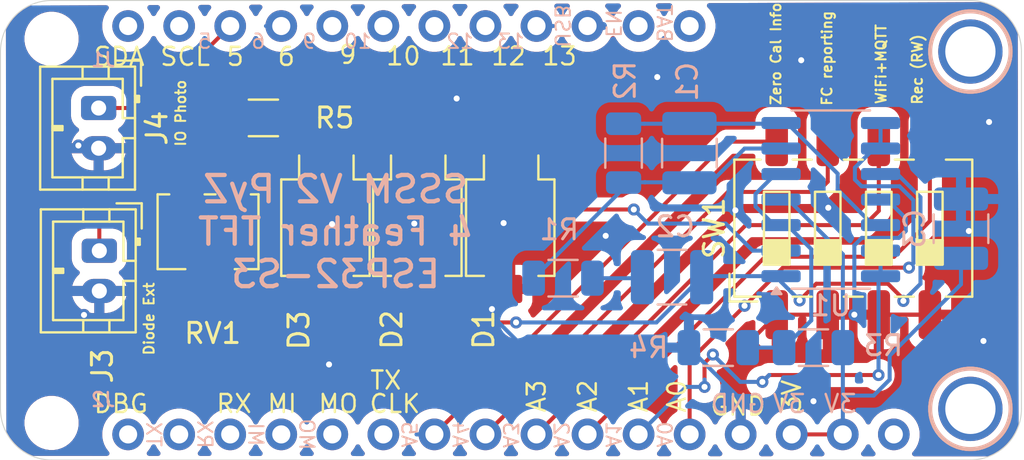
<source format=kicad_pcb>
(kicad_pcb (version 20241229) (generator "pcbnew") (generator_version "9.0")
  (layers (0 "F.Cu" signal) (2 "B.Cu" signal) (13 "F.Paste" user) (15 "B.Paste" user) (5 "F.SilkS" user "F.Silkscreen") (7 "B.SilkS" user "B.Silkscreen") (1 "F.Mask" user) (3 "B.Mask" user) (25 "Edge.Cuts" user))
  (net 0 "")
  (net 1 "GND")
  (net 2 "Net-(D1-K)")
  (net 3 "Net-(U1B--)")
  (net 4 "Net-(C2-Pad2)")
  (net 5 "Net-(U1D-+)")
  (net 6 "Net-(U1A-+)")
  (net 7 "+3.3V")
  (net 8 "Net-(U1C-+)")
  (net 9 "Net-(J2-Pin_12)")
  (net 10 "Net-(J2-Pin_11)")
  (net 11 "unconnected-(J1-Pin_6-Pad6)")
  (net 13 "unconnected-(J1-Pin_3-Pad3)")
  (net 14 "unconnected-(J1-Pin_9-Pad9)")
  (net 17 "Net-(J1-Pin_10)")
  (net 19 "unconnected-(J1-Pin_4-Pad4)")
  (net 22 "unconnected-(J1-Pin_5-Pad5)")
  (net 24 "unconnected-(J2-Pin_3-Pad3)")
  (net 26 "unconnected-(J2-Pin_5-Pad5)")
  (net 29 "unconnected-(J2-Pin_1-Pad1)")
  (net 30 "Net-(R5-Pad2)")
  (net 31 "Net-(J2-Pin_8)")
  (net 32 "Net-(J2-Pin_9)")
  (net 33 "Net-(J2-Pin_7)")
  (net 34 "Net-(J2-Pin_10)")
  (footprint "Resistor_SMD:R_1206_3216Metric" (layer "F.Cu") (at 140.1679 96.012 180)
    (property "Reference" "R5" (at -3.5453 0 180) (layer "F.SilkS"))
    (property "Value" "0")
    (pad "1" smd roundrect (at -1.4625 0 180) (size 1.125 1.75) (layers "F.Cu" "F.Mask" "F.Paste") (roundrect_rratio 0.222222) (net 2 "Net-(D1-K)"))
    (pad "2" smd roundrect (at 1.4625 0 180) (size 1.125 1.75) (layers "F.Cu" "F.Mask" "F.Paste") (roundrect_rratio 0.222222) (net 30 "Net-(R5-Pad2)"))
  )
  (footprint "dummyfp0" (layer "F.Cu") (at 129.6269 111.1885)
    (property "Reference" "UNK_HOLE_0" (hide yes))
    (property "Value" "")
    (pad "" np_thru_hole circle (at 0 0) (size 2.2 2.2) (drill 2.2) (layers "*.Cu" "*.Mask"))
  )
  (footprint "Potentiometer_SMD:Potentiometer_Bourns_3224X_Vertical" (layer "F.Cu") (at 137.514 101.6762)
    (property "Reference" "RV1" (at 0.1286 5.0546 180) (layer "F.SilkS"))
    (property "Value" "2k")
    (pad "1" smd roundrect (at 1.15 -2.55) (size 1.3 1.9) (layers "F.Cu" "F.Mask" "F.Paste") (roundrect_rratio 0.192308) (net 30 "Net-(R5-Pad2)"))
    (pad "2" smd roundrect (at 0 2.55) (size 2 1.9) (layers "F.Cu" "F.Mask" "F.Paste") (roundrect_rratio 0.131579) (net 8 "Net-(U1C-+)"))
    (pad "3" smd roundrect (at -1.15 -2.55) (size 1.3 1.9) (layers "F.Cu" "F.Mask" "F.Paste") (roundrect_rratio 0.192308) (net 8 "Net-(U1C-+)"))
  )
  (footprint "OptoDevice:Osram_BPW34S-SMD" (layer "F.Cu") (at 143.256 101.473 -90)
    (property "Reference" "D2" (at 5.08 -3.302 90) (layer "F.SilkS"))
    (property "Value" "BPW34-SMD")
    (pad "1" smd roundrect (at -3.05 0 90) (size 1.4 2) (layers "F.Cu" "F.Mask") (roundrect_rratio 0.125) (net 2 "Net-(D1-K)"))
    (pad "2" smd roundrect (at 3.05 0 90) (size 1.4 1.2) (layers "F.Cu" "F.Mask") (roundrect_rratio 0.125) (net 1 "GND"))
  )
  (footprint "Button_Switch_SMD:SW_DIP_SPSTx04_Slide_6.7x11.72mm_W8.61mm_P2.54mm_LowProfile" (layer "F.Cu") (at 169.5196 101.4984 90)
    (property "Reference" "SW1" (at 0 -6.92 90) (layer "F.SilkS"))
    (property "Value" "SW_DIP_x04")
    (pad "1" smd roundrect (at -4.305 -3.81 90) (size 2.44 1.12) (layers "F.Cu" "F.Mask" "F.Paste") (roundrect_rratio 0.223214) (net 1 "GND"))
    (pad "2" smd roundrect (at -4.305 -1.27 90) (size 2.44 1.12) (layers "F.Cu" "F.Mask" "F.Paste") (roundrect_rratio 0.223214) (net 1 "GND"))
    (pad "3" smd roundrect (at -4.305 1.27 90) (size 2.44 1.12) (layers "F.Cu" "F.Mask" "F.Paste") (roundrect_rratio 0.223214) (net 1 "GND"))
    (pad "4" smd roundrect (at -4.305 3.81 90) (size 2.44 1.12) (layers "F.Cu" "F.Mask" "F.Paste") (roundrect_rratio 0.223214) (net 1 "GND"))
    (pad "5" smd roundrect (at 4.305 3.81 90) (size 2.44 1.12) (layers "F.Cu" "F.Mask" "F.Paste") (roundrect_rratio 0.223214) (net 34 "Net-(J2-Pin_10)"))
    (pad "6" smd roundrect (at 4.305 1.27 90) (size 2.44 1.12) (layers "F.Cu" "F.Mask" "F.Paste") (roundrect_rratio 0.223214) (net 32 "Net-(J2-Pin_9)"))
    (pad "7" smd roundrect (at 4.305 -1.27 90) (size 2.44 1.12) (layers "F.Cu" "F.Mask" "F.Paste") (roundrect_rratio 0.223214) (net 31 "Net-(J2-Pin_8)"))
    (pad "8" smd roundrect (at 4.305 -3.81 90) (size 2.44 1.12) (layers "F.Cu" "F.Mask" "F.Paste") (roundrect_rratio 0.223214) (net 33 "Net-(J2-Pin_7)"))
  )
  (footprint "Connector_JST:JST_PH_B2B-PH-K_1x02_P2.00mm_Vertical" (layer "F.Cu") (at 132.0038 102.6226 -90)
    (property "Reference" "J3" (at 5.7338 -0.1524 90) (layer "F.SilkS"))
    (property "Value" "Conn_01x02_Pin")
    (pad "1" thru_hole roundrect (at 0 0 270) (size 1.2 1.75) (drill 0.75) (layers "*.Cu" "*.Mask") (roundrect_rratio 0.208333) (net 2 "Net-(D1-K)"))
    (pad "2" thru_hole oval (at 2 0 270) (size 1.2 1.75) (drill 0.75) (layers "*.Cu" "*.Mask") (net 1 "GND"))
  )
  (footprint "OptoDevice:Osram_BPW34S-SMD" (layer "F.Cu") (at 152.4508 101.473 -90)
    (property "Reference" "D1" (at 5.08 1.3208 90) (layer "F.SilkS"))
    (property "Value" "BPW34-SMD")
    (pad "1" smd roundrect (at -3.05 0 90) (size 1.4 2) (layers "F.Cu" "F.Mask") (roundrect_rratio 0.125) (net 2 "Net-(D1-K)"))
    (pad "2" smd roundrect (at 3.05 0 90) (size 1.4 1.2) (layers "F.Cu" "F.Mask") (roundrect_rratio 0.125) (net 1 "GND"))
  )
  (footprint "Connector_JST:JST_PH_B2B-PH-K_1x02_P2.00mm_Vertical" (layer "F.Cu") (at 131.9696 95.52 -90)
    (property "Reference" "J4" (at 1 -2.9 90) (layer "F.SilkS"))
    (property "Value" "Conn_01x02_Pin")
    (pad "1" thru_hole roundrect (at 0 0 270) (size 1.2 1.75) (drill 0.75) (layers "*.Cu" "*.Mask") (roundrect_rratio 0.208333) (net 17 "Net-(J1-Pin_10)"))
    (pad "2" thru_hole oval (at 2 0 270) (size 1.2 1.75) (drill 0.75) (layers "*.Cu" "*.Mask") (net 1 "GND"))
  )
  (footprint "dummyfp1" (layer "F.Cu") (at 129.6269 92.075)
    (property "Reference" "UNK_HOLE_1" (hide yes))
    (property "Value" "")
    (pad "" np_thru_hole circle (at 0 0) (size 2.2 2.2) (drill 2.2) (layers "*.Cu" "*.Mask"))
  )
  (footprint "OptoDevice:Osram_BPW34S-SMD" (layer "F.Cu") (at 147.828 101.473 -90)
    (property "Reference" "D3" (at 5.1054 5.8928 90) (layer "F.SilkS"))
    (property "Value" "BPW34-SMD")
    (pad "1" smd roundrect (at -3.05 0 90) (size 1.4 2) (layers "F.Cu" "F.Mask") (roundrect_rratio 0.125) (net 2 "Net-(D1-K)"))
    (pad "2" smd roundrect (at 3.05 0 90) (size 1.4 1.2) (layers "F.Cu" "F.Mask") (roundrect_rratio 0.125) (net 1 "GND"))
  )
  (footprint "Resistor_SMD:R_1206_3216Metric" (layer "B.Cu") (at 155.0777 103.9876 180)
    (property "Reference" "R1" (at 0.1885 2.413 180) (layer "B.SilkS") (effects (justify mirror)))
    (property "Value" "47k")
    (pad "1" smd roundrect (at -1.4625 0 180) (size 1.125 1.75) (layers "B.Cu" "B.Mask" "B.Paste") (roundrect_rratio 0.222222) (net 4 "Net-(C2-Pad2)"))
    (pad "2" smd roundrect (at 1.4625 0 180) (size 1.125 1.75) (layers "B.Cu" "B.Mask" "B.Paste") (roundrect_rratio 0.222222) (net 3 "Net-(U1B--)"))
  )
  (footprint "MOUNTINGHOLE_2.5_PLATED" (layer "B.Cu") (at 175.3469 110.49 -90)
    (property "Reference" "U$32" (hide yes))
    (property "Value" "MOUNTINGHOLE2.5" (hide yes))
    (pad "P$1" thru_hole circle (at 0 0 270) (size 3.2 3.2) (drill 2.5) (layers "*.Cu" "*.Mask"))
    (zone (net 0) (net_name "") (layer "F.Cu") (connect_pads (clearance 0)) (min_thickness 0.25)
      (keepout (tracks not_allowed) (vias not_allowed) (pads not_allowed) (copperpour not_allowed) (footprints allowed))
      (fill (thermal_gap 0.5) (thermal_bridge_width 0.5))
      (polygon (pts (xy 175.3469 112.506) (xy 175.066327 112.48638) (xy 174.791215 112.427904) (xy 174.526919 112.331708) (xy 174.278583 112.199665) (xy 174.05104 112.034346) (xy 173.84872 111.838967) (xy 173.67556 111.617333) (xy 173.534931 111.373756) (xy 173.42957 111.112978) (xy 173.361528 110.840075) (xy 173.332128 110.560357) (xy 173.341944 110.279271) (xy 173.390784 110.002285) (xy 173.477697 109.734793) (xy 173.600993 109.482) (xy 173.75827 109.248826) (xy 173.946469 109.039811) (xy 174.161925 108.859022) (xy 174.400445 108.709978) (xy 174.657387 108.59558) (xy 174.92775 108.518054) (xy 175.206271 108.478911) (xy 175.487529 108.478911) (xy 175.76605 108.518054) (xy 176.036413 108.59558) (xy 176.293355 108.709978) (xy 176.531875 108.859022) (xy 176.747331 109.039811) (xy 176.93553 109.248826) (xy 177.092807 109.482) (xy 177.216103 109.734793) (xy 177.303016 110.002285) (xy 177.351856 110.279271) (xy 177.361672 110.560357) (xy 177.332272 110.840075) (xy 177.26423 111.112978) (xy 177.158869 111.373756) (xy 177.01824 111.617333) (xy 176.84508 111.838967) (xy 176.64276 112.034346) (xy 176.415217 112.199665) (xy 176.166881 112.331708) (xy 175.902585 112.427904) (xy 175.627473 112.48638)))
      (polygon (pts (xy 175.3469 110.474) (xy 175.358214 110.478686) (xy 175.3629 110.49) (xy 175.358214 110.501314) (xy 175.3469 110.506) (xy 175.335586 110.501314) (xy 175.3309 110.49) (xy 175.335586 110.478686)))
    )
    (zone (net 0) (net_name "") (layer "B.Cu") (connect_pads (clearance 0)) (min_thickness 0.25)
      (keepout (tracks not_allowed) (vias not_allowed) (pads not_allowed) (copperpour not_allowed) (footprints allowed))
      (fill (thermal_gap 0.5) (thermal_bridge_width 0.5))
      (polygon (pts (xy 175.3469 112.506) (xy 175.066327 112.48638) (xy 174.791215 112.427904) (xy 174.526919 112.331708) (xy 174.278583 112.199665) (xy 174.05104 112.034346) (xy 173.84872 111.838967) (xy 173.67556 111.617333) (xy 173.534931 111.373756) (xy 173.42957 111.112978) (xy 173.361528 110.840075) (xy 173.332128 110.560357) (xy 173.341944 110.279271) (xy 173.390784 110.002285) (xy 173.477697 109.734793) (xy 173.600993 109.482) (xy 173.75827 109.248826) (xy 173.946469 109.039811) (xy 174.161925 108.859022) (xy 174.400445 108.709978) (xy 174.657387 108.59558) (xy 174.92775 108.518054) (xy 175.206271 108.478911) (xy 175.487529 108.478911) (xy 175.76605 108.518054) (xy 176.036413 108.59558) (xy 176.293355 108.709978) (xy 176.531875 108.859022) (xy 176.747331 109.039811) (xy 176.93553 109.248826) (xy 177.092807 109.482) (xy 177.216103 109.734793) (xy 177.303016 110.002285) (xy 177.351856 110.279271) (xy 177.361672 110.560357) (xy 177.332272 110.840075) (xy 177.26423 111.112978) (xy 177.158869 111.373756) (xy 177.01824 111.617333) (xy 176.84508 111.838967) (xy 176.64276 112.034346) (xy 176.415217 112.199665) (xy 176.166881 112.331708) (xy 175.902585 112.427904) (xy 175.627473 112.48638)))
      (polygon (pts (xy 175.3469 110.474) (xy 175.358214 110.478686) (xy 175.3629 110.49) (xy 175.358214 110.501314) (xy 175.3469 110.506) (xy 175.335586 110.501314) (xy 175.3309 110.49) (xy 175.335586 110.478686)))
    )
  )
  (footprint "1X16_ROUND_MIN" (layer "B.Cu") (at 152.4869 111.76)
    (property "Reference" "J2" (at -20.9657 -2.1336 0) (layer "B.SilkS") (effects (font (size 0.692831 0.692831) (thickness 0.119969)) (justify right top mirror)))
    (property "Value" "Conn_01x16_Socket")
    (pad "1" thru_hole circle (at -19.05 0 270) (size 1.5748 1.5748) (drill 0.9) (layers "*.Cu" "*.Mask") (net 29 "unconnected-(J2-Pin_1-Pad1)"))
    (pad "2" thru_hole circle (at -16.51 0 270) (size 1.5748 1.5748) (drill 0.9) (layers "*.Cu" "*.Mask"))
    (pad "3" thru_hole circle (at -13.97 0 270) (size 1.5748 1.5748) (drill 0.9) (layers "*.Cu" "*.Mask") (net 24 "unconnected-(J2-Pin_3-Pad3)"))
    (pad "4" thru_hole circle (at -11.43 0 270) (size 1.5748 1.5748) (drill 0.9) (layers "*.Cu" "*.Mask"))
    (pad "5" thru_hole circle (at -8.89 0 270) (size 1.5748 1.5748) (drill 0.9) (layers "*.Cu" "*.Mask") (net 26 "unconnected-(J2-Pin_5-Pad5)"))
    (pad "6" thru_hole circle (at -6.35 0 270) (size 1.5748 1.5748) (drill 0.9) (layers "*.Cu" "*.Mask"))
    (pad "7" thru_hole circle (at -3.81 0 270) (size 1.5748 1.5748) (drill 0.9) (layers "*.Cu" "*.Mask") (net 33 "Net-(J2-Pin_7)"))
    (pad "8" thru_hole circle (at -1.27 0 270) (size 1.5748 1.5748) (drill 0.9) (layers "*.Cu" "*.Mask") (net 31 "Net-(J2-Pin_8)"))
    (pad "9" thru_hole circle (at 1.27 0 270) (size 1.5748 1.5748) (drill 0.9) (layers "*.Cu" "*.Mask") (net 32 "Net-(J2-Pin_9)"))
    (pad "10" thru_hole circle (at 3.81 0 270) (size 1.5748 1.5748) (drill 0.9) (layers "*.Cu" "*.Mask") (net 34 "Net-(J2-Pin_10)"))
    (pad "11" thru_hole circle (at 6.35 0 270) (size 1.5748 1.5748) (drill 0.9) (layers "*.Cu" "*.Mask") (net 10 "Net-(J2-Pin_11)"))
    (pad "12" thru_hole circle (at 8.89 0 270) (size 1.5748 1.5748) (drill 0.9) (layers "*.Cu" "*.Mask") (net 9 "Net-(J2-Pin_12)"))
    (pad "13" thru_hole circle (at 11.43 0 270) (size 1.5748 1.5748) (drill 0.9) (layers "*.Cu" "*.Mask") (net 1 "GND"))
    (pad "14" thru_hole circle (at 13.97 0 270) (size 1.5748 1.5748) (drill 0.9) (layers "*.Cu" "*.Mask") (net 7 "+3.3V"))
    (pad "15" thru_hole circle (at 16.51 0 270) (size 1.5748 1.5748) (drill 0.9) (layers "*.Cu" "*.Mask") (net 7 "+3.3V"))
    (pad "16" thru_hole circle (at 19.05 0 270) (size 1.5748 1.5748) (drill 0.9) (layers "*.Cu" "*.Mask"))
  )
  (footprint "Package_SO:SOIC-14_3.9x8.7mm_P1.27mm" (layer "B.Cu") (at 168.402 100.076)
    (property "Reference" "U1" (at 0 5.28 0) (layer "B.SilkS") (effects (justify mirror)))
    (property "Value" "LMC6484")
    (pad "1" smd roundrect (at -2.475 3.81) (size 1.95 0.6) (layers "B.Cu" "B.Mask" "B.Paste") (net 8 "Net-(U1C-+)"))
    (pad "2" smd roundrect (at -2.475 2.54) (size 1.95 0.6) (layers "B.Cu" "B.Mask" "B.Paste") (net 2 "Net-(D1-K)"))
    (pad "3" smd roundrect (at -2.475 1.27) (size 1.95 0.6) (layers "B.Cu" "B.Mask" "B.Paste") (net 6 "Net-(U1A-+)"))
    (pad "4" smd roundrect (at -2.475 0) (size 1.95 0.6) (layers "B.Cu" "B.Mask" "B.Paste") (net 7 "+3.3V"))
    (pad "5" smd roundrect (at -2.475 -1.27) (size 1.95 0.6) (layers "B.Cu" "B.Mask" "B.Paste") (net 6 "Net-(U1A-+)"))
    (pad "6" smd roundrect (at -2.475 -2.54) (size 1.95 0.6) (layers "B.Cu" "B.Mask" "B.Paste") (net 3 "Net-(U1B--)"))
    (pad "7" smd roundrect (at -2.475 -3.81) (size 1.95 0.6) (layers "B.Cu" "B.Mask" "B.Paste") (net 5 "Net-(U1D-+)"))
    (pad "8" smd roundrect (at 2.475 -3.81) (size 1.95 0.6) (layers "B.Cu" "B.Mask" "B.Paste") (net 9 "Net-(J2-Pin_12)"))
    (pad "9" smd roundrect (at 2.475 -2.54) (size 1.95 0.6) (layers "B.Cu" "B.Mask" "B.Paste") (net 9 "Net-(J2-Pin_12)"))
    (pad "10" smd roundrect (at 2.475 -1.27) (size 1.95 0.6) (layers "B.Cu" "B.Mask" "B.Paste") (net 8 "Net-(U1C-+)"))
    (pad "11" smd roundrect (at 2.475 0) (size 1.95 0.6) (layers "B.Cu" "B.Mask" "B.Paste") (net 1 "GND"))
    (pad "12" smd roundrect (at 2.475 1.27) (size 1.95 0.6) (layers "B.Cu" "B.Mask" "B.Paste") (net 5 "Net-(U1D-+)"))
    (pad "13" smd roundrect (at 2.475 2.54) (size 1.95 0.6) (layers "B.Cu" "B.Mask" "B.Paste") (net 10 "Net-(J2-Pin_11)"))
    (pad "14" smd roundrect (at 2.475 3.81) (size 1.95 0.6) (layers "B.Cu" "B.Mask" "B.Paste") (net 10 "Net-(J2-Pin_11)"))
  )
  (footprint "MOUNTINGHOLE_2.5_PLATED" (layer "B.Cu") (at 175.3469 92.71 -90)
    (property "Reference" "U$31" (hide yes))
    (property "Value" "MOUNTINGHOLE2.5" (hide yes))
    (pad "P$1" thru_hole circle (at 0 0 270) (size 3.2 3.2) (drill 2.5) (layers "*.Cu" "*.Mask"))
    (zone (net 0) (net_name "") (layer "F.Cu") (connect_pads (clearance 0)) (min_thickness 0.25)
      (keepout (tracks not_allowed) (vias not_allowed) (pads not_allowed) (copperpour not_allowed) (footprints allowed))
      (fill (thermal_gap 0.5) (thermal_bridge_width 0.5))
      (polygon (pts (xy 175.3469 94.726) (xy 175.066327 94.70638) (xy 174.791215 94.647904) (xy 174.526919 94.551708) (xy 174.278583 94.419665) (xy 174.05104 94.254346) (xy 173.84872 94.058967) (xy 173.67556 93.837333) (xy 173.534931 93.593756) (xy 173.42957 93.332978) (xy 173.361528 93.060075) (xy 173.332128 92.780357) (xy 173.341944 92.499271) (xy 173.390784 92.222285) (xy 173.477697 91.954793) (xy 173.600993 91.702) (xy 173.75827 91.468826) (xy 173.946469 91.259811) (xy 174.161925 91.079022) (xy 174.400445 90.929978) (xy 174.657387 90.81558) (xy 174.92775 90.738054) (xy 175.206271 90.698911) (xy 175.487529 90.698911) (xy 175.76605 90.738054) (xy 176.036413 90.81558) (xy 176.293355 90.929978) (xy 176.531875 91.079022) (xy 176.747331 91.259811) (xy 176.93553 91.468826) (xy 177.092807 91.702) (xy 177.216103 91.954793) (xy 177.303016 92.222285) (xy 177.351856 92.499271) (xy 177.361672 92.780357) (xy 177.332272 93.060075) (xy 177.26423 93.332978) (xy 177.158869 93.593756) (xy 177.01824 93.837333) (xy 176.84508 94.058967) (xy 176.64276 94.254346) (xy 176.415217 94.419665) (xy 176.166881 94.551708) (xy 175.902585 94.647904) (xy 175.627473 94.70638)))
      (polygon (pts (xy 175.3469 92.694) (xy 175.358214 92.698686) (xy 175.3629 92.71) (xy 175.358214 92.721314) (xy 175.3469 92.726) (xy 175.335586 92.721314) (xy 175.3309 92.71) (xy 175.335586 92.698686)))
    )
    (zone (net 0) (net_name "") (layer "B.Cu") (connect_pads (clearance 0)) (min_thickness 0.25)
      (keepout (tracks not_allowed) (vias not_allowed) (pads not_allowed) (copperpour not_allowed) (footprints allowed))
      (fill (thermal_gap 0.5) (thermal_bridge_width 0.5))
      (polygon (pts (xy 175.3469 94.726) (xy 175.066327 94.70638) (xy 174.791215 94.647904) (xy 174.526919 94.551708) (xy 174.278583 94.419665) (xy 174.05104 94.254346) (xy 173.84872 94.058967) (xy 173.67556 93.837333) (xy 173.534931 93.593756) (xy 173.42957 93.332978) (xy 173.361528 93.060075) (xy 173.332128 92.780357) (xy 173.341944 92.499271) (xy 173.390784 92.222285) (xy 173.477697 91.954793) (xy 173.600993 91.702) (xy 173.75827 91.468826) (xy 173.946469 91.259811) (xy 174.161925 91.079022) (xy 174.400445 90.929978) (xy 174.657387 90.81558) (xy 174.92775 90.738054) (xy 175.206271 90.698911) (xy 175.487529 90.698911) (xy 175.76605 90.738054) (xy 176.036413 90.81558) (xy 176.293355 90.929978) (xy 176.531875 91.079022) (xy 176.747331 91.259811) (xy 176.93553 91.468826) (xy 177.092807 91.702) (xy 177.216103 91.954793) (xy 177.303016 92.222285) (xy 177.351856 92.499271) (xy 177.361672 92.780357) (xy 177.332272 93.060075) (xy 177.26423 93.332978) (xy 177.158869 93.593756) (xy 177.01824 93.837333) (xy 176.84508 94.058967) (xy 176.64276 94.254346) (xy 176.415217 94.419665) (xy 176.166881 94.551708) (xy 175.902585 94.647904) (xy 175.627473 94.70638)))
      (polygon (pts (xy 175.3469 92.694) (xy 175.358214 92.698686) (xy 175.3629 92.71) (xy 175.358214 92.721314) (xy 175.3469 92.726) (xy 175.335586 92.721314) (xy 175.3309 92.71) (xy 175.335586 92.698686)))
    )
  )
  (footprint "Resistor_SMD:R_1206_3216Metric" (layer "B.Cu") (at 158.0896 97.7646 90)
    (property "Reference" "R2" (at 3.6068 0.0762 90) (layer "B.SilkS") (effects (justify mirror)))
    (property "Value" "20M")
    (pad "1" smd roundrect (at -1.4625 0 90) (size 1.125 1.75) (layers "B.Cu" "B.Mask" "B.Paste") (roundrect_rratio 0.222222) (net 3 "Net-(U1B--)"))
    (pad "2" smd roundrect (at 1.4625 0 90) (size 1.125 1.75) (layers "B.Cu" "B.Mask" "B.Paste") (roundrect_rratio 0.222222) (net 5 "Net-(U1D-+)"))
  )
  (footprint "Resistor_SMD:R_1206_3216Metric" (layer "B.Cu") (at 167.5384 107.442 180)
    (property "Reference" "R3" (at -3.4798 0.1016 180) (layer "B.SilkS") (effects (justify mirror)))
    (property "Value" "10k")
    (pad "1" smd roundrect (at -1.4625 0 180) (size 1.125 1.75) (layers "B.Cu" "B.Mask" "B.Paste") (roundrect_rratio 0.222222) (net 7 "+3.3V"))
    (pad "2" smd roundrect (at 1.4625 0 180) (size 1.125 1.75) (layers "B.Cu" "B.Mask" "B.Paste") (roundrect_rratio 0.222222) (net 6 "Net-(U1A-+)"))
  )
  (footprint "Capacitor_SMD:C_1210_3225Metric" (layer "B.Cu") (at 174.879 101.5238 -90)
    (property "Reference" "C3" (at 0 2.3 90) (layer "B.SilkS") (effects (justify mirror)))
    (property "Value" "100n")
    (pad "1" smd roundrect (at -1.475 0 270) (size 1.15 2.7) (layers "B.Cu" "B.Mask" "B.Paste") (roundrect_rratio 0.217391) (net 1 "GND"))
    (pad "2" smd roundrect (at 1.475 0 270) (size 1.15 2.7) (layers "B.Cu" "B.Mask" "B.Paste") (roundrect_rratio 0.217391) (net 7 "+3.3V"))
  )
  (footprint "Capacitor_SMD:C_1210_3225Metric" (layer "B.Cu") (at 161.3662 97.7646 90)
    (property "Reference" "C1" (at 3.556 -0.1016 270) (layer "B.SilkS") (effects (justify mirror)))
    (property "Value" "20p")
    (pad "1" smd roundrect (at -1.475 0 90) (size 1.15 2.7) (layers "B.Cu" "B.Mask" "B.Paste") (roundrect_rratio 0.217391) (net 3 "Net-(U1B--)"))
    (pad "2" smd roundrect (at 1.475 0 90) (size 1.15 2.7) (layers "B.Cu" "B.Mask" "B.Paste") (roundrect_rratio 0.217391) (net 5 "Net-(U1D-+)"))
  )
  (footprint "Capacitor_SMD:C_1210_3225Metric" (layer "B.Cu") (at 160.5008 103.9368 180)
    (property "Reference" "C2" (at -0.1542 2.5146 0) (layer "B.SilkS") (effects (justify mirror)))
    (property "Value" "3u3")
    (pad "1" smd roundrect (at -1.475 0 180) (size 1.15 2.7) (layers "B.Cu" "B.Mask" "B.Paste") (roundrect_rratio 0.217391) (net 8 "Net-(U1C-+)"))
    (pad "2" smd roundrect (at 1.475 0 180) (size 1.15 2.7) (layers "B.Cu" "B.Mask" "B.Paste") (roundrect_rratio 0.217391) (net 4 "Net-(C2-Pad2)"))
  )
  (footprint "1X12_ROUND_MIN" (layer "B.Cu") (at 147.4069 91.44 180)
    (property "Reference" "J1" (at 14.5395 -2.0828 0) (layer "B.SilkS") (effects (font (size 0.692831 0.692831) (thickness 0.119969)) (justify left bottom mirror)))
    (property "Value" "Conn_01x12_Socket" (hide yes))
    (pad "1" thru_hole circle (at -13.97 0 90) (size 1.5748 1.5748) (drill 0.9) (layers "*.Cu" "*.Mask"))
    (pad "2" thru_hole circle (at -11.43 0 90) (size 1.5748 1.5748) (drill 0.9) (layers "*.Cu" "*.Mask"))
    (pad "3" thru_hole circle (at -8.89 0 90) (size 1.5748 1.5748) (drill 0.9) (layers "*.Cu" "*.Mask") (net 13 "unconnected-(J1-Pin_3-Pad3)"))
    (pad "4" thru_hole circle (at -6.35 0 90) (size 1.5748 1.5748) (drill 0.9) (layers "*.Cu" "*.Mask") (net 19 "unconnected-(J1-Pin_4-Pad4)"))
    (pad "5" thru_hole circle (at -3.81 0 90) (size 1.5748 1.5748) (drill 0.9) (layers "*.Cu" "*.Mask") (net 22 "unconnected-(J1-Pin_5-Pad5)"))
    (pad "6" thru_hole circle (at -1.27 0 90) (size 1.5748 1.5748) (drill 0.9) (layers "*.Cu" "*.Mask") (net 11 "unconnected-(J1-Pin_6-Pad6)"))
    (pad "7" thru_hole circle (at 1.27 0 90) (size 1.5748 1.5748) (drill 0.9) (layers "*.Cu" "*.Mask"))
    (pad "8" thru_hole circle (at 3.81 0 90) (size 1.5748 1.5748) (drill 0.9) (layers "*.Cu" "*.Mask"))
    (pad "9" thru_hole circle (at 6.35 0 90) (size 1.5748 1.5748) (drill 0.9) (layers "*.Cu" "*.Mask") (net 14 "unconnected-(J1-Pin_9-Pad9)"))
    (pad "10" thru_hole circle (at 8.89 0 90) (size 1.5748 1.5748) (drill 0.9) (layers "*.Cu" "*.Mask") (net 17 "Net-(J1-Pin_10)"))
    (pad "11" thru_hole circle (at 11.43 0 90) (size 1.5748 1.5748) (drill 0.9) (layers "*.Cu" "*.Mask"))
    (pad "12" thru_hole circle (at 13.97 0 90) (size 1.5748 1.5748) (drill 0.9) (layers "*.Cu" "*.Mask"))
  )
  (footprint "Resistor_SMD:R_1206_3216Metric" (layer "B.Cu") (at 162.8033 107.442 180)
    (property "Reference" "R4" (at 3.4691 0 180) (layer "B.SilkS") (effects (justify mirror)))
    (property "Value" "10k")
    (pad "1" smd roundrect (at -1.4625 0 180) (size 1.125 1.75) (layers "B.Cu" "B.Mask" "B.Paste") (roundrect_rratio 0.222222) (net 6 "Net-(U1A-+)"))
    (pad "2" smd roundrect (at 1.4625 0 180) (size 1.125 1.75) (layers "B.Cu" "B.Mask" "B.Paste") (roundrect_rratio 0.222222) (net 1 "GND"))
  )
  (gr_arc (start 177.8869 110.49) (mid 177.142951 112.286051) (end 175.3469 113.03) (stroke (width 0.05)) (layer "Edge.Cuts"))
  (gr_line (start 177.8869 92.71) (end 177.8869 110.49) (stroke (width 0.05)) (layer "Edge.Cuts"))
  (gr_arc (start 127.0869 92.71) (mid 127.830849 90.913949) (end 129.6269 90.17) (stroke (width 0.05)) (layer "Edge.Cuts"))
  (gr_arc (start 175.3469 90.17) (mid 177.142951 90.913949) (end 177.8869 92.71) (stroke (width 0.05)) (layer "Edge.Cuts"))
  (gr_line (start 127.0869 110.49) (end 127.0869 92.71) (stroke (width 0.05)) (layer "Edge.Cuts"))
  (gr_arc (start 129.6269 113.03) (mid 127.830849 112.286051) (end 127.0869 110.49) (stroke (width 0.05)) (layer "Edge.Cuts"))
  (gr_line (start 129.6269 90.17) (end 175.3469 90.17) (stroke (width 0.05)) (layer "Edge.Cuts"))
  (gr_line (start 175.3469 113.03) (end 129.6269 113.03) (stroke (width 0.05)) (layer "Edge.Cuts"))
  (gr_text "12" (at 151.4348 92.9386 0) (layer "F.SilkS") (effects (font (size 0.89408 0.89408) (thickness 0.12192)) (justify left)))
  (gr_text "10" (at 146.2024 92.9386 0) (layer "F.SilkS") (effects (font (size 0.89408 0.89408) (thickness 0.12192)) (justify left)))
  (gr_text "3V" (at 166.4569 110.744 90) (layer "F.SilkS") (effects (font (size 0.89408 0.89408) (thickness 0.12192)) (justify left)))
  (gr_text "GND" (at 162.338641 110.363 0) (layer "F.SilkS") (effects (font (size 0.89408 0.89408) (thickness 0.12192)) (justify left)))
  (gr_text "A3" (at 153.7569 110.744 90) (layer "F.SilkS") (effects (font (size 0.89408 0.89408) (thickness 0.12192)) (justify left)))
  (gr_text "11" (at 148.8948 92.9386 0) (layer "F.SilkS") (effects (font (size 0.89408 0.89408) (thickness 0.12192)) (justify left)))
  (gr_text "TX" (at 145.415 109.0676 0) (layer "F.SilkS") (effects (font (size 0.89408 0.89408) (thickness 0.12192)) (justify left)))
  (gr_text "A0" (at 160.7419 110.744 90) (layer "F.SilkS") (effects (font (size 0.89408 0.89408) (thickness 0.12192)) (justify left)))
  (gr_text "SCL" (at 134.9609 92.964 0) (layer "F.SilkS") (effects (font (size 0.89408 0.89408) (thickness 0.12192)) (justify left)))
  (gr_text "Zero Cal Info" (at 165.9636 95.4278 90) (layer "F.SilkS") (effects (font (size 0.5 0.5) (thickness 0.1) (bold yes)) (justify left bottom)))
  (gr_text "Rec (RW)" (at 172.9994 95.4024 90) (layer "F.SilkS") (effects (font (size 0.5 0.5) (thickness 0.1) (bold yes)) (justify left bottom)))
  (gr_text "A2" (at 156.2969 110.744 90) (layer "F.SilkS") (effects (font (size 0.89408 0.89408) (thickness 0.12192)) (justify left)))
  (gr_text "MI" (at 140.2949 110.236 0) (layer "F.SilkS") (effects (font (size 0.89408 0.89408) (thickness 0.12192)) (justify left)))
  (gr_text "CLK" (at 145.3749 110.236 0) (layer "F.SilkS") (effects (font (size 0.89408 0.89408) (thickness 0.12192)) (justify left)))
  (gr_text "IO Photo" (at 136.3472 97.4852 90) (layer "F.SilkS") (effects (font (size 0.5 0.5) (thickness 0.1) (bold yes)) (justify left bottom)))
  (gr_text "RX" (at 137.7549 110.236 0) (layer "F.SilkS") (effects (font (size 0.89408 0.89408) (thickness 0.12192)) (justify left)))
  (gr_text "MO" (at 142.8349 110.236 0) (layer "F.SilkS") (effects (font (size 0.89408 0.89408) (thickness 0.12192)) (justify left)))
  (gr_text "WiFi+MQTT" (at 171.196 95.377 90) (layer "F.SilkS") (effects (font (size 0.5 0.5) (thickness 0.1) (bold yes)) (justify left bottom)))
  (gr_text "6" (at 140.8029 92.964 0) (layer "F.SilkS") (effects (font (size 0.89408 0.89408) (thickness 0.12192)) (justify left)))
  (gr_text "A1" (at 158.8369 110.744 90) (layer "F.SilkS") (effects (font (size 0.89408 0.89408) (thickness 0.12192)) (justify left)))
  (gr_text "Diode Ext" (at 134.7724 107.8738 90) (layer "F.SilkS") (effects (font (size 0.5 0.5) (thickness 0.1) (bold yes)) (justify left bottom)))
  (gr_text "DBG" (at 131.6589 110.236 0) (layer "F.SilkS") (effects (font (size 0.89408 0.89408) (thickness 0.12192)) (justify left)))
  (gr_text "9" (at 143.8656 92.8624 0) (layer "F.SilkS") (effects (font (size 0.89408 0.89408) (thickness 0.12192)) (justify left)))
  (gr_text "13" (at 153.9748 92.9386 0) (layer "F.SilkS") (effects (font (size 0.89408 0.89408) (thickness 0.12192)) (justify left)))
  (gr_text "FC reporting" (at 168.5036 95.4532 90) (layer "F.SilkS") (effects (font (size 0.5 0.5) (thickness 0.1) (bold yes)) (justify left bottom)))
  (gr_text "5" (at 138.2629 92.964 0) (layer "F.SilkS") (effects (font (size 0.89408 0.89408) (thickness 0.12192)) (justify left)))
  (gr_text "SDA" (at 131.6589 92.964 0) (layer "F.SilkS") (effects (font (size 0.89408 0.89408) (thickness 0.12192)) (justify left)))
  (gr_text "A1" (at 157.5669 111.76 -90) (layer "B.SilkS") (effects (font (size 0.715264 0.715264) (thickness 0.097536)) (justify mirror)))
  (gr_text "A4" (at 149.9469 111.76 -90) (layer "B.SilkS") (effects (font (size 0.715264 0.715264) (thickness 0.097536)) (justify mirror)))
  (gr_text "A5" (at 147.4069 111.76 -90) (layer "B.SilkS") (effects (font (size 0.715264 0.715264) (thickness 0.097536)) (justify mirror)))
  (gr_text "A0" (at 160.1069 111.76 -90) (layer "B.SilkS") (effects (font (size 0.715264 0.715264) (thickness 0.097536)) (justify mirror)))
  (gr_text "A2" (at 154.9761 111.7854 -90) (layer "B.SilkS") (effects (font (size 0.715264 0.715264) (thickness 0.097536)) (justify mirror)))
  (gr_text "3V" (at 168.8699 110.236 0) (layer "B.SilkS") (effects (font (size 0.89408 0.89408) (thickness 0.12192)) (justify mirror)))
  (gr_text "GND" (at 163.7899 110.236 0) (layer "B.SilkS") (effects (font (size 0.89408 0.89408) (thickness 0.12192)) (justify mirror)))
  (gr_text "MO" (at 142.3269 111.76 -90) (layer "B.SilkS") (effects (font (size 0.715264 0.715264) (thickness 0.097536)) (justify mirror)))
  (gr_text "EN" (at 157.5669 91.313 -90) (layer "B.SilkS") (effects (font (size 0.715264 0.715264) (thickness 0.097536)) (justify mirror)))
  (gr_text "12" (at 149.9469 92.202 -0) (layer "B.SilkS") (effects (font (size 0.715264 0.715264) (thickness 0.097536)) (justify mirror)))
  (gr_text "6" (at 139.9139 92.202 -0) (layer "B.SilkS") (effects (font (size 0.715264 0.715264) (thickness 0.097536)) (justify mirror)))
  (gr_text "RX" (at 137.2469 111.76 -90) (layer "B.SilkS") (effects (font (size 0.715264 0.715264) (thickness 0.097536)) (justify mirror)))
  (gr_text "13" (at 152.4869 92.202 -0) (layer "B.SilkS") (effects (font (size 0.715264 0.715264) (thickness 0.097536)) (justify mirror)))
  (gr_text "5" (at 137.2469 92.202 -0) (layer "B.SilkS") (effects (font (size 0.715264 0.715264) (thickness 0.097536)) (justify mirror)))
  (gr_text "MI" (at 139.7869 111.76 -90) (layer "B.SilkS") (effects (font (size 0.715264 0.715264) (thickness 0.097536)) (justify mirror)))
  (gr_text "3V" (at 166.3299 110.236 0) (layer "B.SilkS") (effects (font (size 0.89408 0.89408) (thickness 0.12192)) (justify mirror)))
  (gr_text "USB" (at 155.0269 91.44 -90) (layer "B.SilkS") (effects (font (size 0.715264 0.715264) (thickness 0.097536)) (justify mirror)))
  (gr_text "A3" (at 152.4615 111.7854 -90) (layer "B.SilkS") (effects (font (size 0.715264 0.715264) (thickness 0.097536)) (justify mirror)))
  (gr_text "BAT" (at 160.1069 91.313 -90) (layer "B.SilkS") (effects (font (size 0.715264 0.715264) (thickness 0.097536)) (justify mirror)))
  (gr_text "TX" (at 134.7069 111.76 -90) (layer "B.SilkS") (effects (font (size 0.715264 0.715264) (thickness 0.097536)) (justify mirror)))
  (gr_text "9" (at 142.4539 92.202 -0) (layer "B.SilkS") (effects (font (size 0.715264 0.715264) (thickness 0.097536)) (justify mirror)))
  (gr_text "SSSM V2 PyZ\n4 Feather TFT\nESP32-S3" (at 143.764 101.6762 0) (layer "B.SilkS") (effects (font (size 1.31064 1.31064) (thickness 0.21336)) (justify mirror)))
  (gr_text "10" (at 144.8669 92.202 -0) (layer "B.SilkS") (effects (font (size 0.715264 0.715264) (thickness 0.097536)) (justify mirror)))
  (segment (start 168.2496 105.803) (end 165.71 105.803) (width 0.2) (layer "F.Cu") (net 1))
  (segment (start 170.7898 105.803) (end 169.5722 105.803) (width 0.2) (layer "F.Cu") (net 1))
  (segment (start 169.5722 106.0345) (end 169.5722 105.803) (width 0.2) (layer "F.Cu") (net 1))
  (segment (start 163.917 109.053) (end 163.917 110.4065) (width 0.2) (layer "F.Cu") (net 1))
  (segment (start 169.5197 105.803) (end 168.2496 105.803) (width 0.2) (layer "F.Cu") (net 1))
  (segment (start 169.5722 106.0345) (end 169.5722 105.803) (width 0.2) (layer "F.Cu") (net 1))
  (segment (start 170.7898 105.803) (end 173.3292 105.803) (width 0.2) (layer "F.Cu") (net 1))
  (segment (start 165.71 105.803) (end 165.7096 105.8034) (width 0.2) (layer "F.Cu") (net 1))
  (segment (start 175.270637 101.639545) (end 173.3296 103.580582) (width 0.2) (layer "F.Cu") (net 1))
  (segment (start 163.9169 110.4066) (end 163.9169 111.76) (width 0.2) (layer "F.Cu") (net 1))
  (segment (start 173.3296 103.580582) (end 173.3296 105.8034) (width 0.2) (layer "F.Cu") (net 1))
  (segment (start 169.5722 105.803) (end 170.7892 105.803) (width 0.2) (layer "F.Cu") (net 1))
  (segment (start 173.33 105.803) (end 170.7898 105.803) (width 0.2) (layer "F.Cu") (net 1))
  (segment (start 168.2496 105.8034) (end 168.2496 105.803) (width 0.2) (layer "F.Cu") (net 1))
  (segment (start 165.7096 105.8034) (end 163.881 107.632) (width 0.2) (layer "F.Cu") (net 1))
  (segment (start 152.4508 104.6144) (end 152.4508 104.523) (width 0.2) (layer "F.Cu") (net 1))
  (segment (start 163.881 107.632) (end 163.881 109.017) (width 0.2) (layer "F.Cu") (net 1))
  (segment (start 163.881 109.017) (end 163.917 109.053) (width 0.2) (layer "F.Cu") (net 1))
  (segment (start 170.7892 105.803) (end 170.7896 105.8034) (width 0.2) (layer "F.Cu") (net 1))
  (segment (start 151.5402 105.525) (end 152.4508 104.6144) (width 0.2) (layer "F.Cu") (net 1))
  (segment (start 173.3292 105.803) (end 173.3296 105.8034) (width 0.2) (layer "F.Cu") (net 1))
  (segment (start 163.917 110.4065) (end 163.9169 110.4066) (width 0.2) (layer "F.Cu") (net 1))
  (segment (start 169.5722 105.803) (end 169.5197 105.803) (width 0.2) (layer "F.Cu") (net 1))
  (segment (start 163.917 110.4065) (end 163.917 111.76) (width 0.2) (layer "F.Cu") (net 1))
  (via (at 159.766 93.98) (size 0.6) (drill 0.3) (layers "F.Cu" "B.Cu") (net 1))
  (via (at 157.2006 101.8794) (size 0.6) (drill 0.3) (layers "F.Cu" "B.Cu") (net 1))
  (via (at 152.1206 101.2444) (size 0.6) (drill 0.3) (layers "F.Cu" "B.Cu") (net 1))
  (via (at 175.9966 107.1118) (size 0.6) (drill 0.3) (layers "F.Cu" "B.Cu") (net 1))
  (via (at 175.270637 101.639545) (size 0.6) (drill 0.3) (layers "F.Cu" "B.Cu") (net 1))
  (via (at 149.7838 95.0468) (size 0.6) (drill 0.3) (layers "F.Cu" "B.Cu") (net 1))
  (via (at 130.9624 97.3836) (size 0.6) (drill 0.3) (layers "F.Cu" "B.Cu") (net 1))
  (via (at 143.4338 108.2802) (size 0.6) (drill 0.3) (layers "F.Cu" "B.Cu") (net 1))
  (via (at 168.275 100.4824) (size 0.6) (drill 0.3) (layers "F.Cu" "B.Cu") (net 1))
  (via (at 163.6522 100.6094) (size 0.6) (drill 0.3) (layers "F.Cu" "B.Cu") (net 1))
  (via (at 166.9288 93.1418) (size 0.6) (drill 0.3) (layers "F.Cu" "B.Cu") (net 1))
  (via (at 169.5722 105.803) (size 0.6) (drill 0.3) (layers "F.Cu" "B.Cu") (net 1))
  (via (at 143.5862 101.2952) (size 0.6) (drill 0.3) (layers "F.Cu" "B.Cu") (net 1))
  (via (at 176.276 96.2152) (size 0.6) (drill 0.3) (layers "F.Cu" "B.Cu") (net 1))
  (via (at 167.5384 110.109) (size 0.6) (drill 0.3) (layers "F.Cu" "B.Cu") (net 1))
  (via (at 151.5402 105.525) (size 0.6) (drill 0.3) (layers "F.Cu" "B.Cu") (net 1))
  (via (at 147.6756 101.2698) (size 0.6) (drill 0.3) (layers "F.Cu" "B.Cu") (net 1))
  (via (at 131.2418 105.8164) (size 0.6) (drill 0.3) (layers "F.Cu" "B.Cu") (net 1))
  (segment (start 172.1309 101.6413) (end 171.7912 101.981) (width 0.2) (layer "B.Cu") (net 1))
  (segment (start 151.5402 105.855) (end 151.5402 105.525) (width 0.2) (layer "B.Cu") (net 1))
  (segment (start 153.1272 107.442) (end 151.5402 105.855) (width 0.2) (layer "B.Cu") (net 1))
  (segment (start 161.3408 107.442) (end 153.1272 107.442) (width 0.2) (layer "B.Cu") (net 1))
  (segment (start 163.9169 110.0181) (end 161.3408 107.442) (width 0.2) (layer "B.Cu") (net 1))
  (segment (start 174.879 100.0488) (end 175.4686 100.6384) (width 0.2) (layer "B.Cu") (net 1))
  (segment (start 169.5722 102.3544) (end 169.5722 105.803) (width 0.2) (layer "B.Cu") (net 1))
  (segment (start 171.7912 101.981) (end 169.9456 101.981) (width 0.2) (layer "B.Cu") (net 1))
  (segment (start 170.877 100.076) (end 171.2016 100.076) (width 0.2) (layer "B.Cu") (net 1))
  (segment (start 175.310182 101.6) (end 175.270637 101.639545) (width 0.2) (layer "B.Cu") (net 1))
  (segment (start 171.2016 100.076) (end 172.1309 101.0053) (width 0.2) (layer "B.Cu") (net 1))
  (segment (start 163.9169 111.76) (end 163.9169 110.0181) (width 0.2) (layer "B.Cu") (net 1))
  (segment (start 169.9456 101.981) (end 169.5722 102.3544) (width 0.2) (layer "B.Cu") (net 1))
  (segment (start 172.1309 101.0053) (end 172.1309 101.6413) (width 0.2) (layer "B.Cu") (net 1))
  (segment (start 175.4686 100.6384) (end 175.4686 101.6) (width 0.2) (layer "B.Cu") (net 1))
  (segment (start 175.4686 101.6) (end 175.310182 101.6) (width 0.2) (layer "B.Cu") (net 1))
  (segment (start 141.6304 96.0124) (end 141.6304 96.012) (width 0.2) (layer "F.Cu") (net 2))
  (segment (start 154.597 100.569) (end 152.451 98.423) (width 0.2) (layer "F.Cu") (net 2))
  (segment (start 141.63 96.012) (end 142.8355 97.2175) (width 0.2) (layer "F.Cu") (net 2))
  (segment (start 140.502 94.8836) (end 141.6304 96.012) (width 0.2) (layer "F.Cu") (net 2))
  (segment (start 142.8355 97.2175) (end 141.6304 96.0124) (width 0.2) (layer "F.Cu") (net 2))
  (segment (start 132.0038 100.3874) (end 132.35 100.0412) (width 0.2) (layer "F.Cu") (net 2))
  (segment (start 137.5076 94.8836) (end 140.502 94.8836) (width 0.2) (layer "F.Cu") (net 2))
  (segment (start 132.0038 102.6226) (end 132.0038 100.3874) (width 0.2) (layer "F.Cu") (net 2))
  (segment (start 152.4508 98.423) (end 152.451 98.423) (width 0.2) (layer "F.Cu") (net 2))
  (segment (start 158.5984 100.569) (end 154.597 100.569) (width 0.2) (layer "F.Cu") (net 2))
  (segment (start 144.041 98.423) (end 152.4508 98.423) (width 0.2) (layer "F.Cu") (net 2))
  (segment (start 142.8355 97.2175) (end 144.041 98.423) (width 0.2) (layer "F.Cu") (net 2))
  (segment (start 132.35 100.0412) (end 137.5076 94.8836) (width 0.2) (layer "F.Cu") (net 2))
  (via (at 158.5984 100.569) (size 0.6) (drill 0.3) (layers "F.Cu" "B.Cu") (net 2))
  (segment (start 164.5158 102.616) (end 163.1696 101.2698) (width 0.2) (layer "B.Cu") (net 2))
  (segment (start 165.927 102.616) (end 164.5158 102.616) (width 0.2) (layer "B.Cu") (net 2))
  (segment (start 163.1696 101.2698) (end 159.2992 101.2698) (width 0.2) (layer "B.Cu") (net 2))
  (segment (start 159.2992 101.2698) (end 158.5984 100.569) (width 0.2) (layer "B.Cu") (net 2))
  (segment (start 159.1564 99.2142) (end 159.1564 99.2017) (width 0.2) (layer "B.Cu") (net 3))
  (segment (start 164.1112 97.536) (end 162.433 99.2142) (width 0.2) (layer "B.Cu") (net 3))
  (segment (start 159.1564 99.2142) (end 162.433 99.2142) (width 0.2) (layer "B.Cu") (net 3))
  (segment (start 153.6152 103.9876) (end 158.3886 99.2142) (width 0.2) (layer "B.Cu") (net 3))
  (segment (start 158.3886 99.2142) (end 159.1564 99.2142) (width 0.2) (layer "B.Cu") (net 3))
  (segment (start 165.927 97.536) (end 164.1112 97.536) (width 0.2) (layer "B.Cu") (net 3))
  (segment (start 158.975 103.9876) (end 159.0258 103.9368) (width 0.2) (layer "B.Cu") (net 4))
  (segment (start 156.5402 103.9876) (end 158.975 103.9876) (width 0.2) (layer "B.Cu") (net 4))
  (segment (start 159.131 96.3021) (end 165.8909 96.3021) (width 0.2) (layer "B.Cu") (net 5))
  (segment (start 168.7427 98.7866) (end 168.7427 99.5781) (width 0.2) (layer "B.Cu") (net 5))
  (segment (start 166.2221 96.266) (end 168.7427 98.7866) (width 0.2) (layer "B.Cu") (net 5))
  (segment (start 168.7427 99.5781) (end 170.5106 101.346) (width 0.2) (layer "B.Cu") (net 5))
  (segment (start 159.131 96.3021) (end 158.0896 96.3021) (width 0.2) (layer "B.Cu") (net 5))
  (segment (start 165.927 96.266) (end 166.2221 96.266) (width 0.2) (layer "B.Cu") (net 5))
  (segment (start 165.8909 96.3021) (end 165.927 96.266) (width 0.2) (layer "B.Cu") (net 5))
  (segment (start 170.5106 101.346) (end 170.877 101.346) (width 0.2) (layer "B.Cu") (net 5))
  (segment (start 164.654 100.4188) (end 164.654 99.7965) (width 0.2) (layer "B.Cu") (net 6))
  (segment (start 164.654 99.7965) (end 165.6445 98.806) (width 0.2) (layer "B.Cu") (net 6))
  (segment (start 167.4286 102.5421) (end 166.2325 101.346) (width 0.2) (layer "B.Cu") (net 6))
  (segment (start 165.927 101.346) (end 165.5812 101.346) (width 0.2) (layer "B.Cu") (net 6))
  (segment (start 166.0759 107.442) (end 164.2658 107.442) (width 0.2) (layer "B.Cu") (net 6))
  (segment (start 165.6445 98.806) (end 165.927 98.806) (width 0.2) (layer "B.Cu") (net 6))
  (segment (start 165.5812 101.346) (end 164.654 100.4188) (width 0.2) (layer "B.Cu") (net 6))
  (segment (start 167.4286 106.0893) (end 167.4286 102.5421) (width 0.2) (layer "B.Cu") (net 6))
  (segment (start 166.0759 107.442) (end 167.4286 106.0893) (width 0.2) (layer "B.Cu") (net 6))
  (segment (start 166.2325 101.346) (end 165.927 101.346) (width 0.2) (layer "B.Cu") (net 6))
  (segment (start 166.4569 111.76) (end 168.9969 111.76) (width 0.2) (layer "F.Cu") (net 7))
  (segment (start 171.3291 107.8423) (end 171.3291 109.035426) (width 0.2) (layer "B.Cu") (net 7))
  (segment (start 174.879 102.9988) (end 174.879 104.2924) (width 0.2) (layer "B.Cu") (net 7))
  (segment (start 169.0009 102.7958) (end 169.0009 107.442) (width 0.2) (layer "B.Cu") (net 7))
  (segment (start 174.879 104.2924) (end 171.3291 107.8423) (width 0.2) (layer "B.Cu") (net 7))
  (segment (start 169.0009 111.756) (end 168.9969 111.76) (width 0.2) (layer "B.Cu") (net 7))
  (segment (start 169.0009 109.8296) (end 169.0009 111.756) (width 0.2) (layer "B.Cu") (net 7))
  (segment (start 170.534926 109.8296) (end 169.0009 109.8296) (width 0.2) (layer "B.Cu") (net 7))
  (segment (start 171.3291 109.035426) (end 170.534926 109.8296) (width 0.2) (layer "B.Cu") (net 7))
  (segment (start 165.927 100.076) (end 166.2811 100.076) (width 0.2) (layer "B.Cu") (net 7))
  (segment (start 169.0009 107.442) (end 169.0009 109.8296) (width 0.2) (layer "B.Cu") (net 7))
  (segment (start 166.2811 100.076) (end 169.0009 102.7958) (width 0.2) (layer "B.Cu") (net 7))
  (segment (start 172.0122 105.0305) (end 172.0122 105.1179) (width 0.2) (layer "F.Cu") (net 8))
  (segment (start 172.0122 105.1179) (end 172.0122 105.0305) (width 0.2) (layer "F.Cu") (net 8))
  (segment (start 172.0122 105.0305) (end 171.2459 104.2642) (width 0.2) (layer "F.Cu") (net 8))
  (segment (start 136.364 99.1262) (end 136.364 103.076) (width 0.2) (layer "F.Cu") (net 8))
  (segment (start 139.4774 106.1896) (end 152.7396 106.1896) (width 0.2) (layer "F.Cu") (net 8))
  (segment (start 137.514 104.2262) (end 139.4774 106.1896) (width 0.2) (layer "F.Cu") (net 8))
  (segment (start 167.6772 104.2642) (end 166.8487 105.0927) (width 0.2) (layer "F.Cu") (net 8))
  (segment (start 172.0122 105.1179) (end 172.0122 105.0305) (width 0.2) (layer "F.Cu") (net 8))
  (segment (start 171.2459 104.2642) (end 167.6772 104.2642) (width 0.2) (layer "F.Cu") (net 8))
  (segment (start 137.514 104.226) (end 137.514 104.2262) (width 0.2) (layer "F.Cu") (net 8))
  (segment (start 136.364 103.076) (end 137.514 104.226) (width 0.2) (layer "F.Cu") (net 8))
  (via (at 152.7396 106.1896) (size 0.6) (drill 0.3) (layers "F.Cu" "B.Cu") (net 8))
  (via (at 166.8487 105.0927) (size 0.6) (drill 0.3) (layers "F.Cu" "B.Cu") (net 8))
  (via (at 172.0122 105.1179) (size 0.6) (drill 0.3) (layers "F.Cu" "B.Cu") (net 8))
  (segment (start 171.7093 98.806) (end 170.877 98.806) (width 0.2) (layer "B.Cu") (net 8))
  (segment (start 162.0266 103.886) (end 165.927 103.886) (width 0.2) (layer "B.Cu") (net 8))
  (segment (start 172.0122 105.0305) (end 172.0122 105.1179) (width 0.2) (layer "B.Cu") (net 8))
  (segment (start 172.0122 105.1179) (end 172.8633 104.2668) (width 0.2) (layer "B.Cu") (net 8))
  (segment (start 159.723 106.1896) (end 161.9758 103.9368) (width 0.2) (layer "B.Cu") (net 8))
  (segment (start 172.8633 99.96) (end 171.7093 98.806) (width 0.2) (layer "B.Cu") (net 8))
  (segment (start 166.8487 105.0927) (end 165.927 104.171) (width 0.2) (layer "B.Cu") (net 8))
  (segment (start 172.0122 105.1179) (end 172.0122 105.0305) (width 0.2) (layer "B.Cu") (net 8))
  (segment (start 161.9758 103.9368) (end 162.0266 103.886) (width 0.2) (layer "B.Cu") (net 8))
  (segment (start 172.8633 104.2668) (end 172.8633 99.96) (width 0.2) (layer "B.Cu") (net 8))
  (segment (start 152.7396 106.1896) (end 159.723 106.1896) (width 0.2) (layer "B.Cu") (net 8))
  (segment (start 165.927 104.171) (end 165.927 103.886) (width 0.2) (layer "B.Cu") (net 8))
  (segment (start 172.2908 103.4623) (end 166.0197 103.4623) (width 0.2) (layer "F.Cu") (net 9))
  (segment (start 166.0197 103.4623) (end 161.3769 108.1051) (width 0.2) (layer "F.Cu") (net 9))
  (segment (start 161.3769 108.1051) (end 161.3769 111.76) (width 0.2) (layer "F.Cu") (net 9))
  (via (at 164.1094 105.3592) (size 0.6) (drill 0.3) (layers "F.Cu" "B.Cu") (net 9))
  (via (at 172.2908 103.4623) (size 0.6) (drill 0.3) (layers "F.Cu" "B.Cu") (net 9))
  (segment (start 170.877 97.536) (end 170.5511 97.536) (width 0.2) (layer "B.Cu") (net 9))
  (segment (start 170.877 97.2101) (end 170.877 96.8881) (width 0.2) (layer "B.Cu") (net 9))
  (segment (start 169.6007 98.4864) (end 169.6007 99.0817) (width 0.2) (layer "B.Cu") (net 9))
  (segment (start 169.9318 99.4128) (end 171.8154 99.4128) (width 0.2) (layer "B.Cu") (net 9))
  (segment (start 170.877 97.2514) (end 170.877 97.2101) (width 0.2) (layer "B.Cu") (net 9))
  (segment (start 170.5511 97.536) (end 169.6007 98.4864) (width 0.2) (layer "B.Cu") (net 9))
  (segment (start 172.5092 100.1066) (end 172.5092 103.2439) (width 0.2) (layer "B.Cu") (net 9))
  (segment (start 170.877 96.8881) (end 170.877 96.266) (width 0.2) (layer "B.Cu") (net 9))
  (segment (start 172.5092 103.2439) (end 172.2908 103.4623) (width 0.2) (layer "B.Cu") (net 9))
  (segment (start 169.6007 99.0817) (end 169.9318 99.4128) (width 0.2) (layer "B.Cu") (net 9))
  (segment (start 171.8154 99.4128) (end 172.5092 100.1066) (width 0.2) (layer "B.Cu") (net 9))
  (segment (start 170.877 97.536) (end 170.877 97.2514) (width 0.2) (layer "B.Cu") (net 9))
  (segment (start 162.118 108.2012) (end 162.5325 107.7867) (width 0.2) (layer "F.Cu") (net 10))
  (segment (start 162.5325 107.7867) (end 162.5109 107.8083) (width 0.2) (layer "F.Cu") (net 10))
  (segment (start 164.9965 109.1473) (end 165.3376 108.8062) (width 0.2) (layer "F.Cu") (net 10))
  (segment (start 162.5109 107.8083) (end 162.5325 107.7867) (width 0.2) (layer "F.Cu") (net 10))
  (segment (start 162.118 109.3967) (end 162.118 108.2012) (width 0.2) (layer "F.Cu") (net 10))
  (segment (start 164.9965 109.1473) (end 165.3376 108.8062) (width 0.2) (layer "F.Cu") (net 10))
  (segment (start 165.3376 108.8062) (end 170.7757 108.8062) (width 0.2) (layer "F.Cu") (net 10))
  (segment (start 162.118 109.0337) (end 162.118 109.3967) (width 0.2) (layer "F.Cu") (net 10))
  (segment (start 162.118 109.3967) (end 162.118 109.0337) (width 0.2) (layer "F.Cu") (net 10))
  (segment (start 165.3376 108.8062) (end 164.9965 109.1473) (width 0.2) (layer "F.Cu") (net 10))
  (via (at 162.5325 107.7867) (size 0.6) (drill 0.3) (layers "F.Cu" "B.Cu") (net 10))
  (via (at 170.7757 108.8062) (size 0.6) (drill 0.3) (layers "F.Cu" "B.Cu") (net 10))
  (via (at 162.118 109.3967) (size 0.6) (drill 0.3) (layers "F.Cu" "B.Cu") (net 10))
  (via (at 164.9965 109.1473) (size 0.6) (drill 0.3) (layers "F.Cu" "B.Cu") (net 10))
  (segment (start 170.7757 103.9873) (end 170.877 103.886) (width 0.2) (layer "B.Cu") (net 10))
  (segment (start 170.877 103.886) (end 170.877 102.616) (width 0.2) (layer "B.Cu") (net 10))
  (segment (start 164.9965 109.1473) (end 165.3376 108.8062) (width 0.2) (layer "B.Cu") (net 10))
  (segment (start 161.2002 109.3967) (end 162.118 109.3967) (width 0.2) (layer "B.Cu") (net 10))
  (segment (start 165.3376 108.8062) (end 164.9965 109.1473) (width 0.2) (layer "B.Cu") (net 10))
  (segment (start 162.5109 107.8083) (end 162.5325 107.7867) (width 0.2) (layer "B.Cu") (net 10))
  (segment (start 162.5325 107.7867) (end 162.5109 107.8083) (width 0.2) (layer "B.Cu") (net 10))
  (segment (start 163.8931 109.1473) (end 164.9965 109.1473) (width 0.2) (layer "B.Cu") (net 10))
  (segment (start 162.5325 107.7867) (end 163.8931 109.1473) (width 0.2) (layer "B.Cu") (net 10))
  (segment (start 170.7757 108.8062) (end 170.7757 103.9873) (width 0.2) (layer "B.Cu") (net 10))
  (segment (start 158.8369 111.76) (end 161.2002 109.3967) (width 0.2) (layer "B.Cu") (net 10))
  (segment (start 162.118 109.3967) (end 162.118 109.0337) (width 0.2) (layer "B.Cu") (net 10))
  (segment (start 162.118 109.0337) (end 162.118 109.3967) (width 0.2) (layer "B.Cu") (net 10))
  (segment (start 148.6769 91.44) (end 148.677 91.44) (width 0.2) (layer "B.Cu") (net 11))
  (segment (start 149.153 91.9162) (end 148.677 91.44) (width 0.2032) (layer "B.Cu") (net 11))
  (segment (start 156.2969 91.44) (end 156.297 91.44) (width 0.2) (layer "B.Cu") (net 13))
  (segment (start 156.297 91.44) (end 157.059 91.44) (width 0.4064) (layer "B.Cu") (net 13))
  (segment (start 140.295 91.44) (end 141.057 91.44) (width 0.2032) (layer "B.Cu") (net 14))
  (segment (start 134.4369 95.52) (end 138.5169 91.44) (width 0.2) (layer "F.Cu") (net 17))
  (segment (start 131.9696 95.52) (end 134.4369 95.52) (width 0.2) (layer "F.Cu") (net 17))
  (segment (start 138.263 91.694) (end 138.517 91.44) (width 0.2032) (layer "B.Cu") (net 17))
  (segment (start 138.5169 91.44) (end 138.517 91.44) (width 0.2) (layer "B.Cu") (net 17))
  (segment (start 153.7569 91.44) (end 153.757 91.44) (width 0.2) (layer "B.Cu") (net 19))
  (segment (start 154.582 91.44) (end 153.757 91.44) (width 0.2032) (layer "B.Cu") (net 19))
  (segment (start 151.2169 91.4716) (end 151.2169 91.44) (width 0.2) (layer "B.Cu") (net 22))
  (segment (start 151.217 91.5035) (end 151.217 91.4717) (width 0.2032) (layer "B.Cu") (net 22))
  (segment (start 151.217 91.4717) (end 151.2169 91.4716) (width 0.2) (layer "B.Cu") (net 22))
  (segment (start 151.217 91.4717) (end 151.217 91.44) (width 0.2032) (layer "B.Cu") (net 22))
  (segment (start 138.4535 111.6965) (end 138.517 111.76) (width 0.2032) (layer "B.Cu") (net 24))
  (segment (start 138.4535 111.6965) (end 138.5169 111.7599) (width 0.2) (layer "B.Cu") (net 24))
  (segment (start 138.39 111.633) (end 138.4535 111.6965) (width 0.2032) (layer "B.Cu") (net 24))
  (segment (start 138.5169 111.7599) (end 138.5169 111.76) (width 0.2) (layer "B.Cu") (net 24))
  (segment (start 143.628 111.76) (end 143.597 111.76) (width 0.2032) (layer "B.Cu") (net 26))
  (segment (start 143.5969 111.76) (end 143.597 111.76) (width 0.2) (layer "B.Cu") (net 26))
  (segment (start 133.4369 111.76) (end 133.437 111.76) (width 0.2) (layer "B.Cu") (net 29))
  (segment (start 133.437 111.76) (end 133.754 111.76) (width 0.2032) (layer "B.Cu") (net 29))
  (segment (start 138.7054 96.012) (end 138.705 96.012) (width 0.2) (layer "F.Cu") (net 30))
  (segment (start 138.705 96.012) (end 138.705 99.0848) (width 0.2) (layer "F.Cu") (net 30))
  (segment (start 138.705 99.0848) (end 138.664 99.1262) (width 0.2) (layer "F.Cu") (net 30))
  (segment (start 168.2496 98.1898) (end 168.2496 97.1934) (width 0.2) (layer "F.Cu") (net 31))
  (segment (start 168.25 99.187) (end 167.742 99.695) (width 0.2) (layer "F.Cu") (net 31))
  (segment (start 167.742 99.695) (end 163.282 99.695) (width 0.2) (layer "F.Cu") (net 31))
  (segment (start 152.0552 110.9218) (end 152.0551 110.9218) (width 0.2) (layer "F.Cu") (net 31))
  (segment (start 168.25 98.1902) (end 168.25 99.187) (width 0.2) (layer "F.Cu") (net 31))
  (segment (start 152.0552 110.9218) (end 151.217 111.76) (width 0.2) (layer "F.Cu") (net 31))
  (segment (start 168.25 97.1934) (end 168.25 98.1902) (width 0.2) (layer "F.Cu") (net 31))
  (segment (start 152.0551 110.9218) (end 151.2169 111.76) (width 0.2) (layer "F.Cu") (net 31))
  (segment (start 168.25 98.1902) (end 168.2496 98.1898) (width 0.2) (layer "F.Cu") (net 31))
  (segment (start 163.282 99.695) (end 152.0552 110.9218) (width 0.2) (layer "F.Cu") (net 31))
  (segment (start 153.7569 111.76) (end 153.757 111.76) (width 0.2) (layer "F.Cu") (net 32))
  (segment (start 170.79 98.9142) (end 170.79 100.635) (width 0.2) (layer "F.Cu") (net 32))
  (segment (start 170.078 101.346) (end 164.171 101.346) (width 0.2) (layer "F.Cu") (net 32))
  (segment (start 170.79 98.9142) (end 170.7896 98.9138) (width 0.2) (layer "F.Cu") (net 32))
  (segment (start 164.171 101.346) (end 153.757 111.76) (width 0.2) (layer "F.Cu") (net 32))
  (segment (start 170.79 100.635) (end 170.078 101.346) (width 0.2) (layer "F.Cu") (net 32))
  (segment (start 170.79 97.1934) (end 170.79 98.9142) (width 0.2) (layer "F.Cu") (net 32))
  (segment (start 170.7896 98.9138) (end 170.7896 97.1934) (width 0.2) (layer "F.Cu") (net 32))
  (segment (start 165.7096 97.1934) (end 163.244 97.1934) (width 0.2) (layer "F.Cu") (net 33))
  (segment (start 149.5151 110.9219) (end 149.515 110.9219) (width 0.2) (layer "F.Cu") (net 33))
  (segment (start 149.5151 110.9219) (end 148.677 111.76) (width 0.2) (layer "F.Cu") (net 33))
  (segment (start 163.244 97.1934) (end 149.5151 110.9219) (width 0.2) (layer "F.Cu") (net 33))
  (segment (start 165.71 97.1934) (end 165.7096 97.1934) (width 0.2) (layer "F.Cu") (net 33))
  (segment (start 149.515 110.9219) (end 148.6769 111.76) (width 0.2) (layer "F.Cu") (net 33))
  (segment (start 148.677 111.76) (end 147.788 111.76) (width 0.2032) (layer "B.Cu") (net 33))
  (segment (start 157.1352 110.9218) (end 156.297 111.76) (width 0.2) (layer "F.Cu") (net 34))
  (segment (start 165.136 102.921) (end 157.1352 110.9218) (width 0.2) (layer "F.Cu") (net 34))
  (segment (start 173.3296 97.1934) (end 173.33 97.1934) (width 0.2) (layer "F.Cu") (net 34))
  (segment (start 171.552 102.921) (end 165.136 102.921) (width 0.2) (layer "F.Cu") (net 34))
  (segment (start 173.33 101.143) (end 171.552 102.921) (width 0.2) (layer "F.Cu") (net 34))
  (segment (start 157.1352 110.9218) (end 157.1351 110.9218) (width 0.2) (layer "F.Cu") (net 34))
  (segment (start 173.33 97.1934) (end 173.33 101.143) (width 0.2) (layer "F.Cu") (net 34))
  (segment (start 157.1351 110.9218) (end 156.2969 111.76) (width 0.2) (layer "F.Cu") (net 34))
  (zone (net 1) (net_name "GND") (layers "F.Cu" "B.Cu") (connect_pads (clearance 0.5)) (min_thickness 0.25) (fill yes (thermal_gap 0.5) (thermal_bridge_width 0.5) (island_removal_mode 1) (island_area_min 10))
    (polygon (pts (xy 177.6476 90.2462) (xy 127.3556 90.424) (xy 127.381 112.8268) (xy 177.7492 112.8522) (xy 177.6984 90.424) (xy 177.7492 90.3224) (xy 177.5206 90.3478)))
  )
)
</source>
